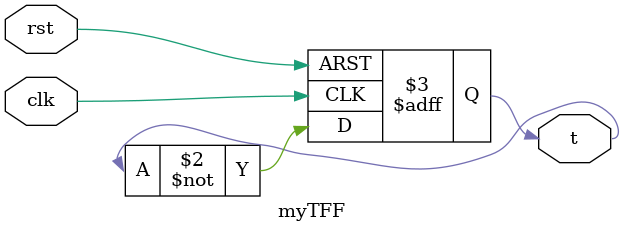
<source format=sv>
module myTFF(input clk, input rst, output reg t);
	always@(posedge clk, posedge rst)
		if (rst)
			t <= 1'b0;
		else
			t <= ~t;
endmodule

</source>
